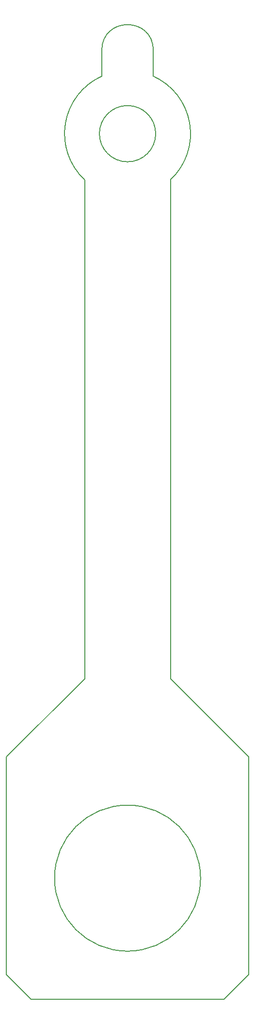
<source format=gm1>
G04*
G04 #@! TF.GenerationSoftware,Altium Limited,Altium Designer,21.2.0 (30)*
G04*
G04 Layer_Color=16711935*
%FSLAX25Y25*%
%MOIN*%
G70*
G04*
G04 #@! TF.SameCoordinates,4CBECB1B-55B4-4B8D-9185-352C28CE6FA5*
G04*
G04*
G04 #@! TF.FilePolarity,Positive*
G04*
G01*
G75*
%ADD13C,0.00500*%
D13*
X102608Y595079D02*
G03*
X102608Y595079I-19341J0D01*
G01*
X133465Y83268D02*
G03*
X133465Y83268I-50197J0D01*
G01*
X112795Y563399D02*
G03*
X100984Y634596I-29528J31680D01*
G01*
X65551D02*
G03*
X53740Y563399I17717J-39517D01*
G01*
X100984Y652313D02*
G03*
X65551Y652313I-17717J0D01*
G01*
X16831Y0D02*
X149705D01*
X166535Y16831D02*
Y166535D01*
X149705Y0D02*
X166535Y16831D01*
X0D02*
X16831Y0D01*
X0Y16831D02*
Y166535D01*
X112795Y220276D02*
Y563399D01*
X53740Y220276D02*
Y563399D01*
X65551Y634596D02*
Y652313D01*
X100984Y634596D02*
Y652313D01*
X0Y166535D02*
X53740Y220276D01*
X112795D02*
X166535Y166535D01*
M02*

</source>
